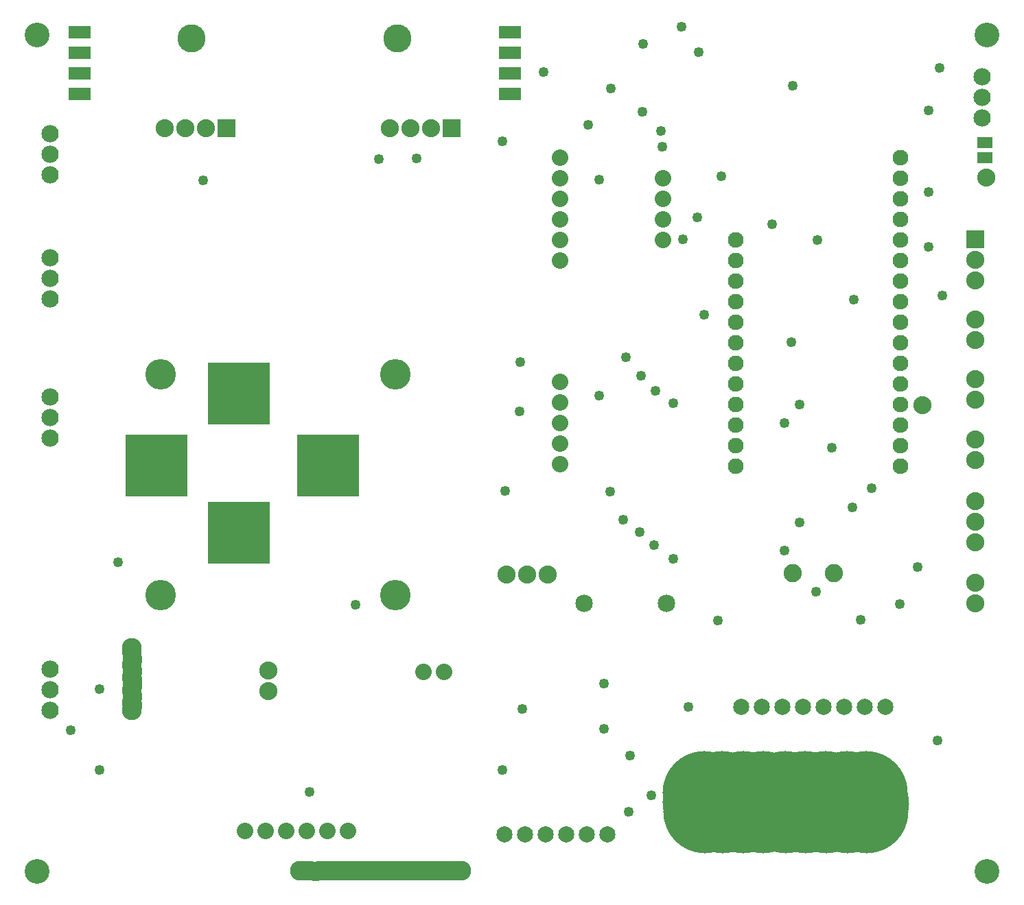
<source format=gbs>
G04 MADE WITH FRITZING*
G04 WWW.FRITZING.ORG*
G04 DOUBLE SIDED*
G04 HOLES PLATED*
G04 CONTOUR ON CENTER OF CONTOUR VECTOR*
%ASAXBY*%
%FSLAX23Y23*%
%MOIN*%
%OFA0B0*%
%SFA1.0B1.0*%
%ADD10C,0.088000*%
%ADD11C,0.049370*%
%ADD12C,0.096614*%
%ADD13C,0.076000*%
%ADD14C,0.078583*%
%ADD15C,0.080000*%
%ADD16C,0.088551*%
%ADD17C,0.136614*%
%ADD18C,0.088028*%
%ADD19C,0.084000*%
%ADD20C,0.085000*%
%ADD21C,0.148425*%
%ADD22C,0.403700*%
%ADD23C,0.120236*%
%ADD24R,0.076666X0.058149*%
%ADD25R,0.110000X0.060000*%
%ADD26R,0.087986X0.087944*%
%ADD27R,0.299614X0.299763*%
%ADD28R,0.088000X0.088000*%
%LNMASK0*%
G90*
G70*
G54D10*
X4387Y2351D03*
G54D11*
X4416Y3783D03*
X4416Y3388D03*
X4419Y3120D03*
X391Y970D03*
X391Y578D03*
G54D12*
X2147Y87D03*
G54D13*
X4281Y2054D03*
X4281Y2154D03*
X4281Y2254D03*
X4281Y2354D03*
X4281Y2454D03*
X4281Y2554D03*
X4281Y2654D03*
X4281Y2754D03*
X4281Y2854D03*
X4281Y2954D03*
X4281Y3054D03*
X4281Y3154D03*
X4281Y3254D03*
X4281Y3354D03*
X4281Y3454D03*
X4281Y3554D03*
X3481Y3154D03*
X3481Y3054D03*
X3481Y2954D03*
X3481Y2854D03*
X3481Y2754D03*
X3481Y2654D03*
X3481Y2554D03*
X3481Y2454D03*
X3481Y2354D03*
X3481Y2254D03*
X3481Y2154D03*
X3481Y2054D03*
X4281Y2054D03*
X4281Y2154D03*
X4281Y2254D03*
X4281Y2354D03*
X4281Y2454D03*
X4281Y2554D03*
X4281Y2654D03*
X4281Y2754D03*
X4281Y2854D03*
X4281Y2954D03*
X4281Y3054D03*
X4281Y3154D03*
X4281Y3254D03*
X4281Y3354D03*
X4281Y3454D03*
X4281Y3554D03*
X3481Y3154D03*
X3481Y3054D03*
X3481Y2954D03*
X3481Y2854D03*
X3481Y2754D03*
X3481Y2654D03*
X3481Y2554D03*
X3481Y2454D03*
X3481Y2354D03*
X3481Y2254D03*
X3481Y2154D03*
X3481Y2054D03*
G54D14*
X2858Y263D03*
X2758Y263D03*
X2658Y263D03*
X2558Y263D03*
X2458Y263D03*
X2358Y263D03*
G54D15*
X2063Y1054D03*
X1963Y1054D03*
G54D16*
X3956Y1536D03*
X3756Y1536D03*
G54D14*
X4206Y886D03*
X4106Y886D03*
X4006Y886D03*
X3906Y886D03*
X3806Y886D03*
X3706Y886D03*
X3606Y886D03*
X3506Y886D03*
G54D15*
X1096Y281D03*
X1196Y281D03*
X1296Y281D03*
X1396Y281D03*
X1496Y281D03*
X1596Y281D03*
G54D17*
X1839Y4135D03*
X839Y4135D03*
G54D18*
X1801Y3698D03*
G54D10*
X1901Y3698D03*
X2001Y3698D03*
X2101Y3698D03*
G54D18*
X1801Y3698D03*
G54D10*
X1901Y3698D03*
X2001Y3698D03*
X2101Y3698D03*
G54D18*
X706Y3697D03*
G54D10*
X806Y3697D03*
X906Y3697D03*
X1006Y3697D03*
G54D18*
X706Y3697D03*
G54D10*
X806Y3697D03*
X906Y3697D03*
X1006Y3697D03*
G54D15*
X2629Y3355D03*
X3129Y3155D03*
X2629Y3155D03*
X2629Y3555D03*
X2629Y3055D03*
X2629Y3255D03*
X2629Y3455D03*
X3129Y3455D03*
X3129Y3355D03*
X3129Y3255D03*
X2628Y2065D03*
X2628Y2165D03*
X2628Y2265D03*
X2628Y2365D03*
X2628Y2465D03*
G54D10*
X2369Y1527D03*
X2469Y1527D03*
X2569Y1527D03*
G54D11*
X3294Y3266D03*
X895Y3443D03*
X3301Y4067D03*
X3217Y4191D03*
X3224Y3157D03*
X4484Y2883D03*
X2431Y2321D03*
X3411Y3463D03*
X3031Y4109D03*
X2546Y3971D03*
X4472Y3990D03*
X3659Y3232D03*
X4141Y1947D03*
X4048Y1854D03*
X4055Y2863D03*
X3877Y3153D03*
G54D12*
X1546Y87D03*
G54D11*
X3870Y1445D03*
G54D12*
X1571Y87D03*
G54D11*
X3719Y2263D03*
G54D12*
X1515Y87D03*
G54D11*
X3719Y1643D03*
X3791Y2355D03*
X3791Y1782D03*
X3751Y2659D03*
X2874Y3892D03*
X3758Y3905D03*
G54D12*
X1461Y87D03*
X1411Y87D03*
X1363Y87D03*
G54D10*
X4696Y3458D03*
G54D12*
X1961Y87D03*
G54D11*
X4279Y1386D03*
X2872Y1932D03*
G54D12*
X1754Y87D03*
X2093Y87D03*
G54D11*
X2360Y1933D03*
G54D12*
X2043Y87D03*
G54D11*
X250Y772D03*
G54D12*
X1986Y87D03*
G54D19*
X152Y1069D03*
X152Y969D03*
X152Y869D03*
G54D12*
X1938Y87D03*
G54D19*
X151Y2390D03*
X151Y2290D03*
X151Y2190D03*
G54D12*
X1882Y87D03*
G54D19*
X151Y3069D03*
X151Y2969D03*
X151Y2869D03*
X4677Y3749D03*
X4677Y3849D03*
X4677Y3949D03*
X152Y3671D03*
X152Y3571D03*
X152Y3471D03*
G54D11*
X3394Y1303D03*
G54D12*
X1828Y87D03*
X1776Y87D03*
X1726Y87D03*
G54D11*
X2444Y875D03*
G54D12*
X1674Y87D03*
G54D11*
X4365Y1564D03*
G54D12*
X1621Y87D03*
G54D11*
X4087Y1307D03*
X3949Y2144D03*
X3028Y3779D03*
X3116Y3686D03*
G54D12*
X2118Y87D03*
X2013Y87D03*
G54D11*
X1747Y3549D03*
G54D12*
X1907Y87D03*
X1801Y87D03*
X1699Y87D03*
X1596Y87D03*
X1490Y87D03*
X1388Y87D03*
X2067Y87D03*
X1856Y87D03*
X1649Y87D03*
X1442Y85D03*
G54D11*
X2763Y3715D03*
X3125Y3608D03*
X2347Y3635D03*
X1931Y3550D03*
X3329Y2791D03*
G54D10*
X1210Y1061D03*
X1210Y961D03*
G54D11*
X3250Y885D03*
X2967Y648D03*
X2818Y2397D03*
X2817Y3449D03*
X1634Y1380D03*
X481Y1588D03*
X2433Y2560D03*
X2934Y1795D03*
X2947Y2586D03*
X3013Y1736D03*
X3020Y2494D03*
X3085Y1670D03*
X3092Y2421D03*
X3178Y1604D03*
X3178Y2362D03*
G54D20*
X2743Y1388D03*
X3143Y1388D03*
G54D11*
X2348Y578D03*
X4460Y720D03*
X2840Y778D03*
X2840Y999D03*
X3072Y456D03*
X1411Y470D03*
X2962Y373D03*
G54D21*
X1827Y2502D03*
X1827Y1427D03*
X689Y2502D03*
X689Y1427D03*
G54D12*
X549Y867D03*
X549Y1172D03*
X549Y1156D03*
X549Y964D03*
X550Y934D03*
X550Y989D03*
X549Y903D03*
X550Y890D03*
X549Y1028D03*
X549Y1089D03*
X550Y1015D03*
X550Y1059D03*
X550Y1114D03*
G54D22*
X4117Y375D03*
X4115Y469D03*
X3821Y375D03*
X3819Y469D03*
X4024Y375D03*
X4022Y469D03*
X3519Y375D03*
X3517Y469D03*
X3921Y375D03*
X3919Y469D03*
X3723Y375D03*
X3721Y469D03*
X3615Y375D03*
X3613Y469D03*
X4121Y414D03*
X3327Y422D03*
X3330Y375D03*
X3328Y469D03*
X3416Y375D03*
X3414Y469D03*
G54D23*
X4702Y86D03*
X4702Y4150D03*
X86Y4150D03*
X86Y86D03*
G54D10*
X4645Y2477D03*
X4645Y2377D03*
X4644Y1487D03*
X4644Y1387D03*
X4644Y1886D03*
X4644Y1786D03*
X4644Y1686D03*
X4644Y2185D03*
X4644Y2085D03*
X4644Y2769D03*
X4644Y2669D03*
X4645Y3157D03*
X4645Y3057D03*
X4645Y2957D03*
G54D23*
X4702Y86D03*
G54D24*
X4692Y3629D03*
X4692Y3553D03*
G54D25*
X2384Y4165D03*
X2384Y4065D03*
X2384Y3965D03*
X2384Y3865D03*
X294Y3865D03*
X294Y3965D03*
X294Y4065D03*
X294Y4165D03*
G54D26*
X2101Y3698D03*
X2101Y3698D03*
X1006Y3697D03*
X1006Y3697D03*
G54D27*
X1068Y2407D03*
X1501Y2059D03*
X667Y2059D03*
X1068Y1730D03*
G54D28*
X4645Y3157D03*
G04 End of Mask0*
M02*
</source>
